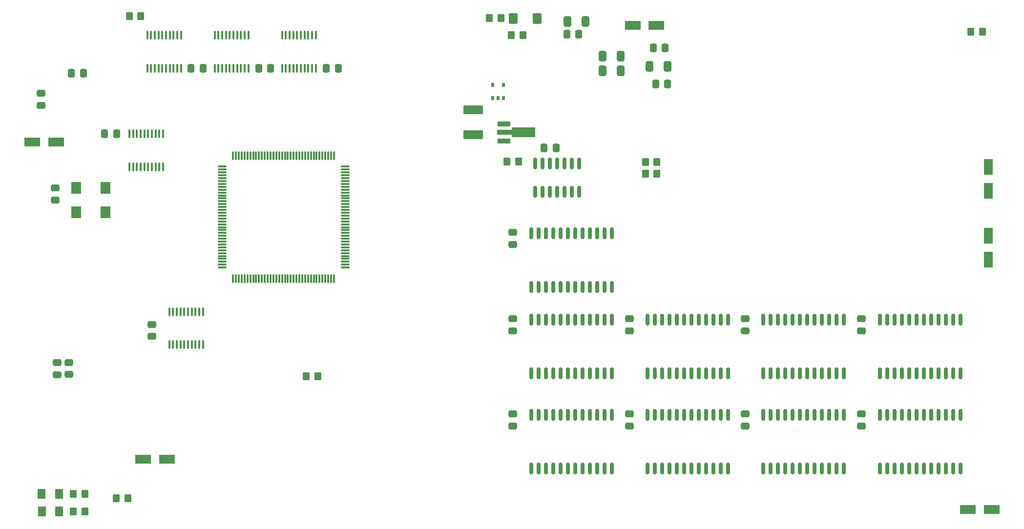
<source format=gbr>
G04 #@! TF.GenerationSoftware,KiCad,Pcbnew,7.0.5-0*
G04 #@! TF.CreationDate,2023-07-16T23:29:11+02:00*
G04 #@! TF.ProjectId,Z3660_v02,5a333636-305f-4763-9032-2e6b69636164,rev?*
G04 #@! TF.SameCoordinates,Original*
G04 #@! TF.FileFunction,Paste,Top*
G04 #@! TF.FilePolarity,Positive*
%FSLAX46Y46*%
G04 Gerber Fmt 4.6, Leading zero omitted, Abs format (unit mm)*
G04 Created by KiCad (PCBNEW 7.0.5-0) date 2023-07-16 23:29:11*
%MOMM*%
%LPD*%
G01*
G04 APERTURE LIST*
G04 Aperture macros list*
%AMRoundRect*
0 Rectangle with rounded corners*
0 $1 Rounding radius*
0 $2 $3 $4 $5 $6 $7 $8 $9 X,Y pos of 4 corners*
0 Add a 4 corners polygon primitive as box body*
4,1,4,$2,$3,$4,$5,$6,$7,$8,$9,$2,$3,0*
0 Add four circle primitives for the rounded corners*
1,1,$1+$1,$2,$3*
1,1,$1+$1,$4,$5*
1,1,$1+$1,$6,$7*
1,1,$1+$1,$8,$9*
0 Add four rect primitives between the rounded corners*
20,1,$1+$1,$2,$3,$4,$5,0*
20,1,$1+$1,$4,$5,$6,$7,0*
20,1,$1+$1,$6,$7,$8,$9,0*
20,1,$1+$1,$8,$9,$2,$3,0*%
%AMFreePoly0*
4,1,9,5.362500,-0.866500,1.237500,-0.866500,1.237500,-0.450000,-1.237500,-0.450000,-1.237500,0.450000,1.237500,0.450000,1.237500,0.866500,5.362500,0.866500,5.362500,-0.866500,5.362500,-0.866500,$1*%
G04 Aperture macros list end*
%ADD10RoundRect,0.150000X0.150000X-0.825000X0.150000X0.825000X-0.150000X0.825000X-0.150000X-0.825000X0*%
%ADD11RoundRect,0.075000X0.662500X0.075000X-0.662500X0.075000X-0.662500X-0.075000X0.662500X-0.075000X0*%
%ADD12RoundRect,0.075000X0.075000X0.662500X-0.075000X0.662500X-0.075000X-0.662500X0.075000X-0.662500X0*%
%ADD13RoundRect,0.250000X-1.137500X-0.550000X1.137500X-0.550000X1.137500X0.550000X-1.137500X0.550000X0*%
%ADD14RoundRect,0.250000X0.550000X-1.137500X0.550000X1.137500X-0.550000X1.137500X-0.550000X-1.137500X0*%
%ADD15RoundRect,0.250000X0.475000X-0.337500X0.475000X0.337500X-0.475000X0.337500X-0.475000X-0.337500X0*%
%ADD16RoundRect,0.250000X-0.475000X0.337500X-0.475000X-0.337500X0.475000X-0.337500X0.475000X0.337500X0*%
%ADD17RoundRect,0.250000X-0.350000X-0.450000X0.350000X-0.450000X0.350000X0.450000X-0.350000X0.450000X0*%
%ADD18RoundRect,0.250000X-1.450000X0.537500X-1.450000X-0.537500X1.450000X-0.537500X1.450000X0.537500X0*%
%ADD19R,2.300000X0.900000*%
%ADD20FreePoly0,0.000000*%
%ADD21RoundRect,0.250000X-0.337500X-0.475000X0.337500X-0.475000X0.337500X0.475000X-0.337500X0.475000X0*%
%ADD22RoundRect,0.150000X0.150000X-0.875000X0.150000X0.875000X-0.150000X0.875000X-0.150000X-0.875000X0*%
%ADD23R,1.800000X2.000000*%
%ADD24RoundRect,0.250000X0.337500X0.475000X-0.337500X0.475000X-0.337500X-0.475000X0.337500X-0.475000X0*%
%ADD25RoundRect,0.250000X-0.550000X1.137500X-0.550000X-1.137500X0.550000X-1.137500X0.550000X1.137500X0*%
%ADD26RoundRect,0.250000X0.412500X0.650000X-0.412500X0.650000X-0.412500X-0.650000X0.412500X-0.650000X0*%
%ADD27RoundRect,0.250000X-0.412500X-0.650000X0.412500X-0.650000X0.412500X0.650000X-0.412500X0.650000X0*%
%ADD28RoundRect,0.250001X0.462499X0.624999X-0.462499X0.624999X-0.462499X-0.624999X0.462499X-0.624999X0*%
%ADD29RoundRect,0.249998X-0.537502X-0.650002X0.537502X-0.650002X0.537502X0.650002X-0.537502X0.650002X0*%
%ADD30RoundRect,0.100000X0.100000X-0.637500X0.100000X0.637500X-0.100000X0.637500X-0.100000X-0.637500X0*%
%ADD31RoundRect,0.100000X-0.100000X0.637500X-0.100000X-0.637500X0.100000X-0.637500X0.100000X0.637500X0*%
%ADD32RoundRect,0.250000X0.350000X0.450000X-0.350000X0.450000X-0.350000X-0.450000X0.350000X-0.450000X0*%
%ADD33R,0.510000X0.700000*%
G04 APERTURE END LIST*
D10*
X170474000Y-61927000D03*
X171744000Y-61927000D03*
X173014000Y-61927000D03*
X174284000Y-61927000D03*
X175554000Y-61927000D03*
X176824000Y-61927000D03*
X178094000Y-61927000D03*
X178094000Y-56977000D03*
X176824000Y-56977000D03*
X175554000Y-56977000D03*
X174284000Y-56977000D03*
X173014000Y-56977000D03*
X171744000Y-56977000D03*
X170474000Y-56977000D03*
D11*
X137535500Y-75044000D03*
X137535500Y-74544000D03*
X137535500Y-74044000D03*
X137535500Y-73544000D03*
X137535500Y-73044000D03*
X137535500Y-72544000D03*
X137535500Y-72044000D03*
X137535500Y-71544000D03*
X137535500Y-71044000D03*
X137535500Y-70544000D03*
X137535500Y-70044000D03*
X137535500Y-69544000D03*
X137535500Y-69044000D03*
X137535500Y-68544000D03*
X137535500Y-68044000D03*
X137535500Y-67544000D03*
X137535500Y-67044000D03*
X137535500Y-66544000D03*
X137535500Y-66044000D03*
X137535500Y-65544000D03*
X137535500Y-65044000D03*
X137535500Y-64544000D03*
X137535500Y-64044000D03*
X137535500Y-63544000D03*
X137535500Y-63044000D03*
X137535500Y-62544000D03*
X137535500Y-62044000D03*
X137535500Y-61544000D03*
X137535500Y-61044000D03*
X137535500Y-60544000D03*
X137535500Y-60044000D03*
X137535500Y-59544000D03*
X137535500Y-59044000D03*
X137535500Y-58544000D03*
X137535500Y-58044000D03*
X137535500Y-57544000D03*
D12*
X135623000Y-55631500D03*
X135123000Y-55631500D03*
X134623000Y-55631500D03*
X134123000Y-55631500D03*
X133623000Y-55631500D03*
X133123000Y-55631500D03*
X132623000Y-55631500D03*
X132123000Y-55631500D03*
X131623000Y-55631500D03*
X131123000Y-55631500D03*
X130623000Y-55631500D03*
X130123000Y-55631500D03*
X129623000Y-55631500D03*
X129123000Y-55631500D03*
X128623000Y-55631500D03*
X128123000Y-55631500D03*
X127623000Y-55631500D03*
X127123000Y-55631500D03*
X126623000Y-55631500D03*
X126123000Y-55631500D03*
X125623000Y-55631500D03*
X125123000Y-55631500D03*
X124623000Y-55631500D03*
X124123000Y-55631500D03*
X123623000Y-55631500D03*
X123123000Y-55631500D03*
X122623000Y-55631500D03*
X122123000Y-55631500D03*
X121623000Y-55631500D03*
X121123000Y-55631500D03*
X120623000Y-55631500D03*
X120123000Y-55631500D03*
X119623000Y-55631500D03*
X119123000Y-55631500D03*
X118623000Y-55631500D03*
X118123000Y-55631500D03*
D11*
X116210500Y-57544000D03*
X116210500Y-58044000D03*
X116210500Y-58544000D03*
X116210500Y-59044000D03*
X116210500Y-59544000D03*
X116210500Y-60044000D03*
X116210500Y-60544000D03*
X116210500Y-61044000D03*
X116210500Y-61544000D03*
X116210500Y-62044000D03*
X116210500Y-62544000D03*
X116210500Y-63044000D03*
X116210500Y-63544000D03*
X116210500Y-64044000D03*
X116210500Y-64544000D03*
X116210500Y-65044000D03*
X116210500Y-65544000D03*
X116210500Y-66044000D03*
X116210500Y-66544000D03*
X116210500Y-67044000D03*
X116210500Y-67544000D03*
X116210500Y-68044000D03*
X116210500Y-68544000D03*
X116210500Y-69044000D03*
X116210500Y-69544000D03*
X116210500Y-70044000D03*
X116210500Y-70544000D03*
X116210500Y-71044000D03*
X116210500Y-71544000D03*
X116210500Y-72044000D03*
X116210500Y-72544000D03*
X116210500Y-73044000D03*
X116210500Y-73544000D03*
X116210500Y-74044000D03*
X116210500Y-74544000D03*
X116210500Y-75044000D03*
D12*
X118123000Y-76956500D03*
X118623000Y-76956500D03*
X119123000Y-76956500D03*
X119623000Y-76956500D03*
X120123000Y-76956500D03*
X120623000Y-76956500D03*
X121123000Y-76956500D03*
X121623000Y-76956500D03*
X122123000Y-76956500D03*
X122623000Y-76956500D03*
X123123000Y-76956500D03*
X123623000Y-76956500D03*
X124123000Y-76956500D03*
X124623000Y-76956500D03*
X125123000Y-76956500D03*
X125623000Y-76956500D03*
X126123000Y-76956500D03*
X126623000Y-76956500D03*
X127123000Y-76956500D03*
X127623000Y-76956500D03*
X128123000Y-76956500D03*
X128623000Y-76956500D03*
X129123000Y-76956500D03*
X129623000Y-76956500D03*
X130123000Y-76956500D03*
X130623000Y-76956500D03*
X131123000Y-76956500D03*
X131623000Y-76956500D03*
X132123000Y-76956500D03*
X132623000Y-76956500D03*
X133123000Y-76956500D03*
X133623000Y-76956500D03*
X134123000Y-76956500D03*
X134623000Y-76956500D03*
X135123000Y-76956500D03*
X135623000Y-76956500D03*
D13*
X102565200Y-108305600D03*
X106690200Y-108305600D03*
X83332300Y-53238398D03*
X87457300Y-53238398D03*
X187421500Y-33020000D03*
X191546500Y-33020000D03*
X245511300Y-117017800D03*
X249636300Y-117017800D03*
D14*
X249047000Y-73690500D03*
X249047000Y-69565500D03*
D15*
X87274400Y-63318300D03*
X87274400Y-61243300D03*
D16*
X206883000Y-100435500D03*
X206883000Y-102510500D03*
D17*
X168386000Y-34696400D03*
X166386000Y-34696400D03*
D18*
X159766000Y-47697300D03*
X159766000Y-51972300D03*
D19*
X165083600Y-50112800D03*
D20*
X165171100Y-51612800D03*
D19*
X165083600Y-53112800D03*
D21*
X172063500Y-54245000D03*
X174138500Y-54245000D03*
D16*
X166624000Y-68939500D03*
X166624000Y-71014500D03*
X166624000Y-83925500D03*
X166624000Y-86000500D03*
X206883000Y-83925500D03*
X206883000Y-86000500D03*
X166624000Y-100435500D03*
X166624000Y-102510500D03*
X227076000Y-83925500D03*
X227076000Y-86000500D03*
X186817000Y-83925500D03*
X186817000Y-86000500D03*
X186817000Y-100435500D03*
X186817000Y-102510500D03*
D17*
X191627000Y-58801000D03*
X189627000Y-58801000D03*
X191611000Y-56769000D03*
X189611000Y-56769000D03*
D22*
X189992000Y-93423000D03*
X191262000Y-93423000D03*
X192532000Y-93423000D03*
X193802000Y-93423000D03*
X195072000Y-93423000D03*
X196342000Y-93423000D03*
X197612000Y-93423000D03*
X198882000Y-93423000D03*
X200152000Y-93423000D03*
X201422000Y-93423000D03*
X202692000Y-93423000D03*
X203962000Y-93423000D03*
X203962000Y-84123000D03*
X202692000Y-84123000D03*
X201422000Y-84123000D03*
X200152000Y-84123000D03*
X198882000Y-84123000D03*
X197612000Y-84123000D03*
X196342000Y-84123000D03*
X195072000Y-84123000D03*
X193802000Y-84123000D03*
X192532000Y-84123000D03*
X191262000Y-84123000D03*
X189992000Y-84123000D03*
X169799000Y-93423000D03*
X171069000Y-93423000D03*
X172339000Y-93423000D03*
X173609000Y-93423000D03*
X174879000Y-93423000D03*
X176149000Y-93423000D03*
X177419000Y-93423000D03*
X178689000Y-93423000D03*
X179959000Y-93423000D03*
X181229000Y-93423000D03*
X182499000Y-93423000D03*
X183769000Y-93423000D03*
X183769000Y-84123000D03*
X182499000Y-84123000D03*
X181229000Y-84123000D03*
X179959000Y-84123000D03*
X178689000Y-84123000D03*
X177419000Y-84123000D03*
X176149000Y-84123000D03*
X174879000Y-84123000D03*
X173609000Y-84123000D03*
X172339000Y-84123000D03*
X171069000Y-84123000D03*
X169799000Y-84123000D03*
X210058000Y-93423000D03*
X211328000Y-93423000D03*
X212598000Y-93423000D03*
X213868000Y-93423000D03*
X215138000Y-93423000D03*
X216408000Y-93423000D03*
X217678000Y-93423000D03*
X218948000Y-93423000D03*
X220218000Y-93423000D03*
X221488000Y-93423000D03*
X222758000Y-93423000D03*
X224028000Y-93423000D03*
X224028000Y-84123000D03*
X222758000Y-84123000D03*
X221488000Y-84123000D03*
X220218000Y-84123000D03*
X218948000Y-84123000D03*
X217678000Y-84123000D03*
X216408000Y-84123000D03*
X215138000Y-84123000D03*
X213868000Y-84123000D03*
X212598000Y-84123000D03*
X211328000Y-84123000D03*
X210058000Y-84123000D03*
X230251000Y-93423000D03*
X231521000Y-93423000D03*
X232791000Y-93423000D03*
X234061000Y-93423000D03*
X235331000Y-93423000D03*
X236601000Y-93423000D03*
X237871000Y-93423000D03*
X239141000Y-93423000D03*
X240411000Y-93423000D03*
X241681000Y-93423000D03*
X242951000Y-93423000D03*
X244221000Y-93423000D03*
X244221000Y-84123000D03*
X242951000Y-84123000D03*
X241681000Y-84123000D03*
X240411000Y-84123000D03*
X239141000Y-84123000D03*
X237871000Y-84123000D03*
X236601000Y-84123000D03*
X235331000Y-84123000D03*
X234061000Y-84123000D03*
X232791000Y-84123000D03*
X231521000Y-84123000D03*
X230251000Y-84123000D03*
D16*
X227076000Y-100435500D03*
X227076000Y-102510500D03*
D23*
X96012000Y-61247600D03*
X90932000Y-61247600D03*
X90932000Y-65447600D03*
X96012000Y-65447600D03*
D24*
X178075500Y-34594800D03*
X176000500Y-34594800D03*
D25*
X249047000Y-57627500D03*
X249047000Y-61752500D03*
D26*
X179197000Y-32359600D03*
X176072000Y-32359600D03*
D27*
X190359500Y-40132000D03*
X193484500Y-40132000D03*
D26*
X185331500Y-38354000D03*
X182206500Y-38354000D03*
X185331500Y-40894000D03*
X182206500Y-40894000D03*
D21*
X191409500Y-43180000D03*
X193484500Y-43180000D03*
X190986500Y-36957000D03*
X193061500Y-36957000D03*
D16*
X84836000Y-44809500D03*
X84836000Y-46884500D03*
D15*
X87613000Y-93620500D03*
X87613000Y-91545500D03*
X89645000Y-93599000D03*
X89645000Y-91524000D03*
D22*
X169799000Y-78437000D03*
X171069000Y-78437000D03*
X172339000Y-78437000D03*
X173609000Y-78437000D03*
X174879000Y-78437000D03*
X176149000Y-78437000D03*
X177419000Y-78437000D03*
X178689000Y-78437000D03*
X179959000Y-78437000D03*
X181229000Y-78437000D03*
X182499000Y-78437000D03*
X183769000Y-78437000D03*
X183769000Y-69137000D03*
X182499000Y-69137000D03*
X181229000Y-69137000D03*
X179959000Y-69137000D03*
X178689000Y-69137000D03*
X177419000Y-69137000D03*
X176149000Y-69137000D03*
X174879000Y-69137000D03*
X173609000Y-69137000D03*
X172339000Y-69137000D03*
X171069000Y-69137000D03*
X169799000Y-69137000D03*
X230251000Y-109933000D03*
X231521000Y-109933000D03*
X232791000Y-109933000D03*
X234061000Y-109933000D03*
X235331000Y-109933000D03*
X236601000Y-109933000D03*
X237871000Y-109933000D03*
X239141000Y-109933000D03*
X240411000Y-109933000D03*
X241681000Y-109933000D03*
X242951000Y-109933000D03*
X244221000Y-109933000D03*
X244221000Y-100633000D03*
X242951000Y-100633000D03*
X241681000Y-100633000D03*
X240411000Y-100633000D03*
X239141000Y-100633000D03*
X237871000Y-100633000D03*
X236601000Y-100633000D03*
X235331000Y-100633000D03*
X234061000Y-100633000D03*
X232791000Y-100633000D03*
X231521000Y-100633000D03*
X230251000Y-100633000D03*
X210058000Y-109933000D03*
X211328000Y-109933000D03*
X212598000Y-109933000D03*
X213868000Y-109933000D03*
X215138000Y-109933000D03*
X216408000Y-109933000D03*
X217678000Y-109933000D03*
X218948000Y-109933000D03*
X220218000Y-109933000D03*
X221488000Y-109933000D03*
X222758000Y-109933000D03*
X224028000Y-109933000D03*
X224028000Y-100633000D03*
X222758000Y-100633000D03*
X221488000Y-100633000D03*
X220218000Y-100633000D03*
X218948000Y-100633000D03*
X217678000Y-100633000D03*
X216408000Y-100633000D03*
X215138000Y-100633000D03*
X213868000Y-100633000D03*
X212598000Y-100633000D03*
X211328000Y-100633000D03*
X210058000Y-100633000D03*
X189992000Y-109933000D03*
X191262000Y-109933000D03*
X192532000Y-109933000D03*
X193802000Y-109933000D03*
X195072000Y-109933000D03*
X196342000Y-109933000D03*
X197612000Y-109933000D03*
X198882000Y-109933000D03*
X200152000Y-109933000D03*
X201422000Y-109933000D03*
X202692000Y-109933000D03*
X203962000Y-109933000D03*
X203962000Y-100633000D03*
X202692000Y-100633000D03*
X201422000Y-100633000D03*
X200152000Y-100633000D03*
X198882000Y-100633000D03*
X197612000Y-100633000D03*
X196342000Y-100633000D03*
X195072000Y-100633000D03*
X193802000Y-100633000D03*
X192532000Y-100633000D03*
X191262000Y-100633000D03*
X189992000Y-100633000D03*
X169799000Y-109933000D03*
X171069000Y-109933000D03*
X172339000Y-109933000D03*
X173609000Y-109933000D03*
X174879000Y-109933000D03*
X176149000Y-109933000D03*
X177419000Y-109933000D03*
X178689000Y-109933000D03*
X179959000Y-109933000D03*
X181229000Y-109933000D03*
X182499000Y-109933000D03*
X183769000Y-109933000D03*
X183769000Y-100633000D03*
X182499000Y-100633000D03*
X181229000Y-100633000D03*
X179959000Y-100633000D03*
X178689000Y-100633000D03*
X177419000Y-100633000D03*
X176149000Y-100633000D03*
X174879000Y-100633000D03*
X173609000Y-100633000D03*
X172339000Y-100633000D03*
X171069000Y-100633000D03*
X169799000Y-100633000D03*
D28*
X87926500Y-114300000D03*
X84951500Y-114300000D03*
D17*
X92424000Y-114300000D03*
X90424000Y-114300000D03*
D28*
X87953487Y-117348000D03*
X84978487Y-117348000D03*
D17*
X92424000Y-117348000D03*
X90424000Y-117348000D03*
D29*
X166695500Y-31869000D03*
X170870500Y-31869000D03*
D21*
X90119200Y-41300400D03*
X92194200Y-41300400D03*
D17*
X164576000Y-31742000D03*
X162576000Y-31742000D03*
D16*
X104057200Y-84916100D03*
X104057200Y-86991100D03*
D21*
X110849500Y-40452800D03*
X112924500Y-40452800D03*
D30*
X107075800Y-88441700D03*
X107725800Y-88441700D03*
X108375800Y-88441700D03*
X109025800Y-88441700D03*
X109675800Y-88441700D03*
X110325800Y-88441700D03*
X110975800Y-88441700D03*
X111625800Y-88441700D03*
X112275800Y-88441700D03*
X112925800Y-88441700D03*
X112925800Y-82716700D03*
X112275800Y-82716700D03*
X111625800Y-82716700D03*
X110975800Y-82716700D03*
X110325800Y-82716700D03*
X109675800Y-82716700D03*
X109025800Y-82716700D03*
X108375800Y-82716700D03*
X107725800Y-82716700D03*
X107075800Y-82716700D03*
D31*
X109097000Y-34729500D03*
X108447000Y-34729500D03*
X107797000Y-34729500D03*
X107147000Y-34729500D03*
X106497000Y-34729500D03*
X105847000Y-34729500D03*
X105197000Y-34729500D03*
X104547000Y-34729500D03*
X103897000Y-34729500D03*
X103247000Y-34729500D03*
X103247000Y-40454500D03*
X103897000Y-40454500D03*
X104547000Y-40454500D03*
X105197000Y-40454500D03*
X105847000Y-40454500D03*
X106497000Y-40454500D03*
X107147000Y-40454500D03*
X107797000Y-40454500D03*
X108447000Y-40454500D03*
X109097000Y-40454500D03*
D32*
X97907600Y-115112800D03*
X99907600Y-115112800D03*
X130826000Y-93929200D03*
X132826000Y-93929200D03*
D21*
X134293700Y-40503600D03*
X136368700Y-40503600D03*
D24*
X97929100Y-51834800D03*
X95854100Y-51834800D03*
D17*
X102117400Y-31460000D03*
X100117400Y-31460000D03*
D32*
X246065800Y-34101600D03*
X248065800Y-34101600D03*
X165640000Y-56692800D03*
X167640000Y-56692800D03*
D33*
X163134000Y-45660800D03*
X164084000Y-45660800D03*
X165034000Y-45660800D03*
X165034000Y-43340800D03*
X163134000Y-43340800D03*
D30*
X100144000Y-57567500D03*
X100794000Y-57567500D03*
X101444000Y-57567500D03*
X102094000Y-57567500D03*
X102744000Y-57567500D03*
X103394000Y-57567500D03*
X104044000Y-57567500D03*
X104694000Y-57567500D03*
X105344000Y-57567500D03*
X105994000Y-57567500D03*
X105994000Y-51842500D03*
X105344000Y-51842500D03*
X104694000Y-51842500D03*
X104044000Y-51842500D03*
X103394000Y-51842500D03*
X102744000Y-51842500D03*
X102094000Y-51842500D03*
X101444000Y-51842500D03*
X100794000Y-51842500D03*
X100144000Y-51842500D03*
D31*
X132465000Y-34745500D03*
X131815000Y-34745500D03*
X131165000Y-34745500D03*
X130515000Y-34745500D03*
X129865000Y-34745500D03*
X129215000Y-34745500D03*
X128565000Y-34745500D03*
X127915000Y-34745500D03*
X127265000Y-34745500D03*
X126615000Y-34745500D03*
X126615000Y-40470500D03*
X127265000Y-40470500D03*
X127915000Y-40470500D03*
X128565000Y-40470500D03*
X129215000Y-40470500D03*
X129865000Y-40470500D03*
X130515000Y-40470500D03*
X131165000Y-40470500D03*
X131815000Y-40470500D03*
X132465000Y-40470500D03*
X120781000Y-34745500D03*
X120131000Y-34745500D03*
X119481000Y-34745500D03*
X118831000Y-34745500D03*
X118181000Y-34745500D03*
X117531000Y-34745500D03*
X116881000Y-34745500D03*
X116231000Y-34745500D03*
X115581000Y-34745500D03*
X114931000Y-34745500D03*
X114931000Y-40470500D03*
X115581000Y-40470500D03*
X116231000Y-40470500D03*
X116881000Y-40470500D03*
X117531000Y-40470500D03*
X118181000Y-40470500D03*
X118831000Y-40470500D03*
X119481000Y-40470500D03*
X120131000Y-40470500D03*
X120781000Y-40470500D03*
D21*
X122558900Y-40503600D03*
X124633900Y-40503600D03*
M02*

</source>
